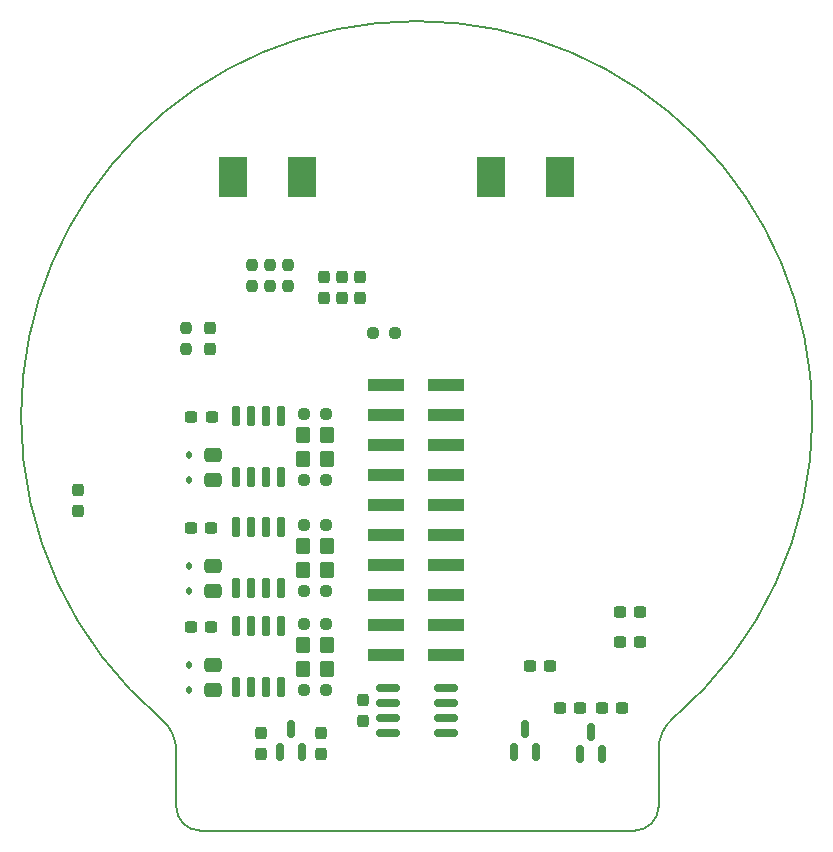
<source format=gbr>
%TF.GenerationSoftware,KiCad,Pcbnew,7.0.1*%
%TF.CreationDate,2023-12-24T22:53:40+03:00*%
%TF.ProjectId,_____ __________,1f3b3042-3020-4433-9f40-30323b353d38,rev?*%
%TF.SameCoordinates,Original*%
%TF.FileFunction,Paste,Bot*%
%TF.FilePolarity,Positive*%
%FSLAX46Y46*%
G04 Gerber Fmt 4.6, Leading zero omitted, Abs format (unit mm)*
G04 Created by KiCad (PCBNEW 7.0.1) date 2023-12-24 22:53:40*
%MOMM*%
%LPD*%
G01*
G04 APERTURE LIST*
G04 Aperture macros list*
%AMRoundRect*
0 Rectangle with rounded corners*
0 $1 Rounding radius*
0 $2 $3 $4 $5 $6 $7 $8 $9 X,Y pos of 4 corners*
0 Add a 4 corners polygon primitive as box body*
4,1,4,$2,$3,$4,$5,$6,$7,$8,$9,$2,$3,0*
0 Add four circle primitives for the rounded corners*
1,1,$1+$1,$2,$3*
1,1,$1+$1,$4,$5*
1,1,$1+$1,$6,$7*
1,1,$1+$1,$8,$9*
0 Add four rect primitives between the rounded corners*
20,1,$1+$1,$2,$3,$4,$5,0*
20,1,$1+$1,$4,$5,$6,$7,0*
20,1,$1+$1,$6,$7,$8,$9,0*
20,1,$1+$1,$8,$9,$2,$3,0*%
G04 Aperture macros list end*
%ADD10RoundRect,0.237500X-0.250000X-0.237500X0.250000X-0.237500X0.250000X0.237500X-0.250000X0.237500X0*%
%ADD11RoundRect,0.150000X0.825000X0.150000X-0.825000X0.150000X-0.825000X-0.150000X0.825000X-0.150000X0*%
%ADD12RoundRect,0.250000X-0.350000X-0.450000X0.350000X-0.450000X0.350000X0.450000X-0.350000X0.450000X0*%
%ADD13RoundRect,0.237500X-0.237500X0.300000X-0.237500X-0.300000X0.237500X-0.300000X0.237500X0.300000X0*%
%ADD14RoundRect,0.237500X0.237500X-0.300000X0.237500X0.300000X-0.237500X0.300000X-0.237500X-0.300000X0*%
%ADD15RoundRect,0.150000X-0.150000X0.725000X-0.150000X-0.725000X0.150000X-0.725000X0.150000X0.725000X0*%
%ADD16R,2.413000X3.429000*%
%ADD17RoundRect,0.237500X0.300000X0.237500X-0.300000X0.237500X-0.300000X-0.237500X0.300000X-0.237500X0*%
%ADD18RoundRect,0.237500X0.237500X-0.250000X0.237500X0.250000X-0.237500X0.250000X-0.237500X-0.250000X0*%
%ADD19RoundRect,0.150000X0.150000X-0.587500X0.150000X0.587500X-0.150000X0.587500X-0.150000X-0.587500X0*%
%ADD20RoundRect,0.237500X-0.237500X0.250000X-0.237500X-0.250000X0.237500X-0.250000X0.237500X0.250000X0*%
%ADD21RoundRect,0.112500X0.112500X-0.187500X0.112500X0.187500X-0.112500X0.187500X-0.112500X-0.187500X0*%
%ADD22RoundRect,0.237500X-0.300000X-0.237500X0.300000X-0.237500X0.300000X0.237500X-0.300000X0.237500X0*%
%ADD23RoundRect,0.250000X0.475000X-0.337500X0.475000X0.337500X-0.475000X0.337500X-0.475000X-0.337500X0*%
%ADD24R,3.150000X1.000000*%
%TA.AperFunction,Profile*%
%ADD25C,0.200000*%
%TD*%
G04 APERTURE END LIST*
D10*
%TO.C,R1*%
X145137500Y-110490000D03*
X146962500Y-110490000D03*
%TD*%
D11*
%TO.C,U5*%
X157161000Y-118745000D03*
X157161000Y-120015000D03*
X157161000Y-121285000D03*
X157161000Y-122555000D03*
X152211000Y-122555000D03*
X152211000Y-121285000D03*
X152211000Y-120015000D03*
X152211000Y-118745000D03*
%TD*%
D12*
%TO.C,R11*%
X145050000Y-97282000D03*
X147050000Y-97282000D03*
%TD*%
D13*
%TO.C,C7*%
X137160000Y-88291500D03*
X137160000Y-90016500D03*
%TD*%
D14*
%TO.C,C53*%
X141478000Y-124306500D03*
X141478000Y-122581500D03*
%TD*%
D15*
%TO.C,U3*%
X139319000Y-113503000D03*
X140589000Y-113503000D03*
X141859000Y-113503000D03*
X143129000Y-113503000D03*
X143129000Y-118653000D03*
X141859000Y-118653000D03*
X140589000Y-118653000D03*
X139319000Y-118653000D03*
%TD*%
D12*
%TO.C,R10*%
X145050000Y-106680000D03*
X147050000Y-106680000D03*
%TD*%
D10*
%TO.C,R6*%
X145137500Y-113284000D03*
X146962500Y-113284000D03*
%TD*%
D16*
%TO.C,L2*%
X139065000Y-75438000D03*
X144907000Y-75438000D03*
%TD*%
D12*
%TO.C,R7*%
X145050000Y-108712000D03*
X147050000Y-108712000D03*
%TD*%
D17*
%TO.C,C48*%
X173582500Y-114808000D03*
X171857500Y-114808000D03*
%TD*%
D18*
%TO.C,R17*%
X142240000Y-84732500D03*
X142240000Y-82907500D03*
%TD*%
D17*
%TO.C,C52*%
X168502500Y-120396000D03*
X166777500Y-120396000D03*
%TD*%
D19*
%TO.C,D11*%
X170368000Y-124303000D03*
X168468000Y-124303000D03*
X169418000Y-122428000D03*
%TD*%
D20*
%TO.C,R16*%
X135128000Y-88241500D03*
X135128000Y-90066500D03*
%TD*%
D15*
%TO.C,U1*%
X139319000Y-105121000D03*
X140589000Y-105121000D03*
X141859000Y-105121000D03*
X143129000Y-105121000D03*
X143129000Y-110271000D03*
X141859000Y-110271000D03*
X140589000Y-110271000D03*
X139319000Y-110271000D03*
%TD*%
D21*
%TO.C,D2*%
X135382000Y-101126000D03*
X135382000Y-99026000D03*
%TD*%
D17*
%TO.C,C1*%
X137282000Y-95758000D03*
X135557000Y-95758000D03*
%TD*%
D13*
%TO.C,C47*%
X146558000Y-122581500D03*
X146558000Y-124306500D03*
%TD*%
D22*
%TO.C,C2*%
X135535500Y-113538000D03*
X137260500Y-113538000D03*
%TD*%
D12*
%TO.C,R9*%
X145050000Y-117094000D03*
X147050000Y-117094000D03*
%TD*%
D23*
%TO.C,C6*%
X137414000Y-118893500D03*
X137414000Y-116818500D03*
%TD*%
D19*
%TO.C,D12*%
X144968000Y-124127500D03*
X143068000Y-124127500D03*
X144018000Y-122252500D03*
%TD*%
D12*
%TO.C,R8*%
X145050000Y-99314000D03*
X147050000Y-99314000D03*
%TD*%
D21*
%TO.C,D3*%
X135382000Y-118906000D03*
X135382000Y-116806000D03*
%TD*%
D10*
%TO.C,R3*%
X145137500Y-118872000D03*
X146962500Y-118872000D03*
%TD*%
D12*
%TO.C,R12*%
X145050000Y-115062000D03*
X147050000Y-115062000D03*
%TD*%
D18*
%TO.C,R18*%
X140716000Y-84732500D03*
X140716000Y-82907500D03*
%TD*%
D14*
%TO.C,C13*%
X149860000Y-85698500D03*
X149860000Y-83973500D03*
%TD*%
D10*
%TO.C,R5*%
X145137500Y-95504000D03*
X146962500Y-95504000D03*
%TD*%
%TO.C,R22*%
X150979500Y-88646000D03*
X152804500Y-88646000D03*
%TD*%
D24*
%TO.C,J8*%
X157084000Y-93091000D03*
X152034000Y-93091000D03*
X157084000Y-95631000D03*
X152034000Y-95631000D03*
X157084000Y-98171000D03*
X152034000Y-98171000D03*
X157084000Y-100711000D03*
X152034000Y-100711000D03*
X157084000Y-103251000D03*
X152034000Y-103251000D03*
X157084000Y-105791000D03*
X152034000Y-105791000D03*
X157084000Y-108331000D03*
X152034000Y-108331000D03*
X157084000Y-110871000D03*
X152034000Y-110871000D03*
X157084000Y-113411000D03*
X152034000Y-113411000D03*
X157084000Y-115951000D03*
X152034000Y-115951000D03*
%TD*%
D14*
%TO.C,C14*%
X148336000Y-85698500D03*
X148336000Y-83973500D03*
%TD*%
D18*
%TO.C,R19*%
X143764000Y-84732500D03*
X143764000Y-82907500D03*
%TD*%
D14*
%TO.C,C15*%
X146812000Y-85698500D03*
X146812000Y-83973500D03*
%TD*%
D23*
%TO.C,C5*%
X137414000Y-101113500D03*
X137414000Y-99038500D03*
%TD*%
D21*
%TO.C,D1*%
X135382000Y-110524000D03*
X135382000Y-108424000D03*
%TD*%
D23*
%TO.C,C4*%
X137414000Y-110511500D03*
X137414000Y-108436500D03*
%TD*%
D22*
%TO.C,C32*%
X164237500Y-116840000D03*
X165962500Y-116840000D03*
%TD*%
D15*
%TO.C,U2*%
X139319000Y-95723000D03*
X140589000Y-95723000D03*
X141859000Y-95723000D03*
X143129000Y-95723000D03*
X143129000Y-100873000D03*
X141859000Y-100873000D03*
X140589000Y-100873000D03*
X139319000Y-100873000D03*
%TD*%
D14*
%TO.C,C8*%
X150114000Y-121512500D03*
X150114000Y-119787500D03*
%TD*%
D10*
%TO.C,R4*%
X145137500Y-104902000D03*
X146962500Y-104902000D03*
%TD*%
%TO.C,R2*%
X145137500Y-101092000D03*
X146962500Y-101092000D03*
%TD*%
D17*
%TO.C,C49*%
X173582500Y-112268000D03*
X171857500Y-112268000D03*
%TD*%
%TO.C,C46*%
X172058500Y-120396000D03*
X170333500Y-120396000D03*
%TD*%
D16*
%TO.C,L1*%
X166751000Y-75438000D03*
X160909000Y-75438000D03*
%TD*%
D19*
%TO.C,D6*%
X164780000Y-124127500D03*
X162880000Y-124127500D03*
X163830000Y-122252500D03*
%TD*%
D22*
%TO.C,C3*%
X135535500Y-105156000D03*
X137260500Y-105156000D03*
%TD*%
D14*
%TO.C,C37*%
X125984000Y-103732500D03*
X125984000Y-102007500D03*
%TD*%
D25*
X173087071Y-130809973D02*
G75*
G03*
X175119073Y-128778000I29J2031973D01*
G01*
X134281571Y-124064347D02*
G75*
G03*
X133039370Y-121386052I-3504871J1647D01*
G01*
X176351123Y-121296234D02*
G75*
G03*
X175119073Y-123962254I2268777J-2666166D01*
G01*
X134281619Y-124064347D02*
X134281619Y-128778000D01*
X173087071Y-130810000D02*
X136313619Y-130810002D01*
X175119073Y-123962254D02*
X175119073Y-128778000D01*
X188142262Y-95782046D02*
G75*
G03*
X121142262Y-95782046I-33500000J0D01*
G01*
X134281598Y-128778000D02*
G75*
G03*
X136313619Y-130810002I2032002J0D01*
G01*
X176351140Y-121296254D02*
G75*
G03*
X188142262Y-95782046I-21708920J25514224D01*
G01*
X121142261Y-95782046D02*
G75*
G03*
X133039370Y-121386051I33499989J-4D01*
G01*
M02*

</source>
